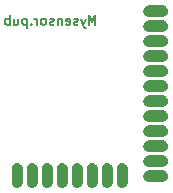
<source format=gbr>
G04 #@! TF.GenerationSoftware,KiCad,Pcbnew,(5.0.2)-1*
G04 #@! TF.CreationDate,2019-07-28T22:14:27+08:00*
G04 #@! TF.ProjectId,NRF24M,4e524632-344d-42e6-9b69-6361645f7063,rev?*
G04 #@! TF.SameCoordinates,Original*
G04 #@! TF.FileFunction,Soldermask,Bot*
G04 #@! TF.FilePolarity,Negative*
%FSLAX46Y46*%
G04 Gerber Fmt 4.6, Leading zero omitted, Abs format (unit mm)*
G04 Created by KiCad (PCBNEW (5.0.2)-1) date 2019-07-28 22:14:27*
%MOMM*%
%LPD*%
G01*
G04 APERTURE LIST*
%ADD10C,0.150000*%
%ADD11C,0.100000*%
G04 APERTURE END LIST*
D10*
X81548343Y-48343264D02*
X81548343Y-47543264D01*
X81281677Y-48114693D01*
X81015010Y-47543264D01*
X81015010Y-48343264D01*
X80710248Y-47809931D02*
X80519772Y-48343264D01*
X80329296Y-47809931D02*
X80519772Y-48343264D01*
X80595962Y-48533740D01*
X80634058Y-48571836D01*
X80710248Y-48609931D01*
X80062629Y-48305169D02*
X79986439Y-48343264D01*
X79834058Y-48343264D01*
X79757867Y-48305169D01*
X79719772Y-48228979D01*
X79719772Y-48190883D01*
X79757867Y-48114693D01*
X79834058Y-48076598D01*
X79948343Y-48076598D01*
X80024534Y-48038502D01*
X80062629Y-47962312D01*
X80062629Y-47924217D01*
X80024534Y-47848026D01*
X79948343Y-47809931D01*
X79834058Y-47809931D01*
X79757867Y-47848026D01*
X79072153Y-48305169D02*
X79148343Y-48343264D01*
X79300724Y-48343264D01*
X79376915Y-48305169D01*
X79415010Y-48228979D01*
X79415010Y-47924217D01*
X79376915Y-47848026D01*
X79300724Y-47809931D01*
X79148343Y-47809931D01*
X79072153Y-47848026D01*
X79034058Y-47924217D01*
X79034058Y-48000407D01*
X79415010Y-48076598D01*
X78691200Y-47809931D02*
X78691200Y-48343264D01*
X78691200Y-47886121D02*
X78653105Y-47848026D01*
X78576915Y-47809931D01*
X78462629Y-47809931D01*
X78386439Y-47848026D01*
X78348343Y-47924217D01*
X78348343Y-48343264D01*
X78005486Y-48305169D02*
X77929296Y-48343264D01*
X77776915Y-48343264D01*
X77700724Y-48305169D01*
X77662629Y-48228979D01*
X77662629Y-48190883D01*
X77700724Y-48114693D01*
X77776915Y-48076598D01*
X77891200Y-48076598D01*
X77967391Y-48038502D01*
X78005486Y-47962312D01*
X78005486Y-47924217D01*
X77967391Y-47848026D01*
X77891200Y-47809931D01*
X77776915Y-47809931D01*
X77700724Y-47848026D01*
X77205486Y-48343264D02*
X77281677Y-48305169D01*
X77319772Y-48267074D01*
X77357867Y-48190883D01*
X77357867Y-47962312D01*
X77319772Y-47886121D01*
X77281677Y-47848026D01*
X77205486Y-47809931D01*
X77091200Y-47809931D01*
X77015010Y-47848026D01*
X76976915Y-47886121D01*
X76938820Y-47962312D01*
X76938820Y-48190883D01*
X76976915Y-48267074D01*
X77015010Y-48305169D01*
X77091200Y-48343264D01*
X77205486Y-48343264D01*
X76595962Y-48343264D02*
X76595962Y-47809931D01*
X76595962Y-47962312D02*
X76557867Y-47886121D01*
X76519772Y-47848026D01*
X76443581Y-47809931D01*
X76367391Y-47809931D01*
X76100724Y-48267074D02*
X76062629Y-48305169D01*
X76100724Y-48343264D01*
X76138820Y-48305169D01*
X76100724Y-48267074D01*
X76100724Y-48343264D01*
X75719772Y-47809931D02*
X75719772Y-48609931D01*
X75719772Y-47848026D02*
X75643581Y-47809931D01*
X75491200Y-47809931D01*
X75415010Y-47848026D01*
X75376915Y-47886121D01*
X75338820Y-47962312D01*
X75338820Y-48190883D01*
X75376915Y-48267074D01*
X75415010Y-48305169D01*
X75491200Y-48343264D01*
X75643581Y-48343264D01*
X75719772Y-48305169D01*
X74653105Y-47809931D02*
X74653105Y-48343264D01*
X74995962Y-47809931D02*
X74995962Y-48228979D01*
X74957867Y-48305169D01*
X74881677Y-48343264D01*
X74767391Y-48343264D01*
X74691200Y-48305169D01*
X74653105Y-48267074D01*
X74272153Y-48343264D02*
X74272153Y-47543264D01*
X74272153Y-47848026D02*
X74195962Y-47809931D01*
X74043581Y-47809931D01*
X73967391Y-47848026D01*
X73929296Y-47886121D01*
X73891200Y-47962312D01*
X73891200Y-48190883D01*
X73929296Y-48267074D01*
X73967391Y-48305169D01*
X74043581Y-48343264D01*
X74195962Y-48343264D01*
X74272153Y-48305169D01*
D11*
G36*
X76293312Y-60042887D02*
X76383039Y-60070106D01*
X76465731Y-60114306D01*
X76538211Y-60173789D01*
X76597694Y-60246269D01*
X76641894Y-60328961D01*
X76669113Y-60418688D01*
X76676000Y-60488616D01*
X76676000Y-61685384D01*
X76669113Y-61755312D01*
X76641894Y-61845039D01*
X76597694Y-61927731D01*
X76538211Y-62000211D01*
X76465731Y-62059694D01*
X76383038Y-62103894D01*
X76293311Y-62131113D01*
X76200000Y-62140303D01*
X76106688Y-62131113D01*
X76016961Y-62103894D01*
X75934269Y-62059694D01*
X75861789Y-62000211D01*
X75802306Y-61927731D01*
X75758106Y-61845038D01*
X75730887Y-61755311D01*
X75724000Y-61685383D01*
X75724001Y-60488616D01*
X75730888Y-60418688D01*
X75758107Y-60328961D01*
X75802307Y-60246269D01*
X75861790Y-60173789D01*
X75934270Y-60114306D01*
X76016962Y-60070106D01*
X76106689Y-60042887D01*
X76200000Y-60033697D01*
X76293312Y-60042887D01*
X76293312Y-60042887D01*
G37*
G36*
X77563312Y-60042887D02*
X77653039Y-60070106D01*
X77735731Y-60114306D01*
X77808211Y-60173789D01*
X77867694Y-60246269D01*
X77911894Y-60328961D01*
X77939113Y-60418688D01*
X77946000Y-60488616D01*
X77946000Y-61685384D01*
X77939113Y-61755312D01*
X77911894Y-61845039D01*
X77867694Y-61927731D01*
X77808211Y-62000211D01*
X77735731Y-62059694D01*
X77653038Y-62103894D01*
X77563311Y-62131113D01*
X77470000Y-62140303D01*
X77376688Y-62131113D01*
X77286961Y-62103894D01*
X77204269Y-62059694D01*
X77131789Y-62000211D01*
X77072306Y-61927731D01*
X77028106Y-61845038D01*
X77000887Y-61755311D01*
X76994000Y-61685383D01*
X76994001Y-60488616D01*
X77000888Y-60418688D01*
X77028107Y-60328961D01*
X77072307Y-60246269D01*
X77131790Y-60173789D01*
X77204270Y-60114306D01*
X77286962Y-60070106D01*
X77376689Y-60042887D01*
X77470000Y-60033697D01*
X77563312Y-60042887D01*
X77563312Y-60042887D01*
G37*
G36*
X78833312Y-60042887D02*
X78923039Y-60070106D01*
X79005731Y-60114306D01*
X79078211Y-60173789D01*
X79137694Y-60246269D01*
X79181894Y-60328961D01*
X79209113Y-60418688D01*
X79216000Y-60488616D01*
X79216000Y-61685384D01*
X79209113Y-61755312D01*
X79181894Y-61845039D01*
X79137694Y-61927731D01*
X79078211Y-62000211D01*
X79005731Y-62059694D01*
X78923038Y-62103894D01*
X78833311Y-62131113D01*
X78740000Y-62140303D01*
X78646688Y-62131113D01*
X78556961Y-62103894D01*
X78474269Y-62059694D01*
X78401789Y-62000211D01*
X78342306Y-61927731D01*
X78298106Y-61845038D01*
X78270887Y-61755311D01*
X78264000Y-61685383D01*
X78264001Y-60488616D01*
X78270888Y-60418688D01*
X78298107Y-60328961D01*
X78342307Y-60246269D01*
X78401790Y-60173789D01*
X78474270Y-60114306D01*
X78556962Y-60070106D01*
X78646689Y-60042887D01*
X78740000Y-60033697D01*
X78833312Y-60042887D01*
X78833312Y-60042887D01*
G37*
G36*
X80103312Y-60042887D02*
X80193039Y-60070106D01*
X80275731Y-60114306D01*
X80348211Y-60173789D01*
X80407694Y-60246269D01*
X80451894Y-60328961D01*
X80479113Y-60418688D01*
X80486000Y-60488616D01*
X80486000Y-61685384D01*
X80479113Y-61755312D01*
X80451894Y-61845039D01*
X80407694Y-61927731D01*
X80348211Y-62000211D01*
X80275731Y-62059694D01*
X80193038Y-62103894D01*
X80103311Y-62131113D01*
X80010000Y-62140303D01*
X79916688Y-62131113D01*
X79826961Y-62103894D01*
X79744269Y-62059694D01*
X79671789Y-62000211D01*
X79612306Y-61927731D01*
X79568106Y-61845038D01*
X79540887Y-61755311D01*
X79534000Y-61685383D01*
X79534001Y-60488616D01*
X79540888Y-60418688D01*
X79568107Y-60328961D01*
X79612307Y-60246269D01*
X79671790Y-60173789D01*
X79744270Y-60114306D01*
X79826962Y-60070106D01*
X79916689Y-60042887D01*
X80010000Y-60033697D01*
X80103312Y-60042887D01*
X80103312Y-60042887D01*
G37*
G36*
X81373312Y-60042887D02*
X81463039Y-60070106D01*
X81545731Y-60114306D01*
X81618211Y-60173789D01*
X81677694Y-60246269D01*
X81721894Y-60328961D01*
X81749113Y-60418688D01*
X81756000Y-60488616D01*
X81756000Y-61685384D01*
X81749113Y-61755312D01*
X81721894Y-61845039D01*
X81677694Y-61927731D01*
X81618211Y-62000211D01*
X81545731Y-62059694D01*
X81463038Y-62103894D01*
X81373311Y-62131113D01*
X81280000Y-62140303D01*
X81186688Y-62131113D01*
X81096961Y-62103894D01*
X81014269Y-62059694D01*
X80941789Y-62000211D01*
X80882306Y-61927731D01*
X80838106Y-61845038D01*
X80810887Y-61755311D01*
X80804000Y-61685383D01*
X80804001Y-60488616D01*
X80810888Y-60418688D01*
X80838107Y-60328961D01*
X80882307Y-60246269D01*
X80941790Y-60173789D01*
X81014270Y-60114306D01*
X81096962Y-60070106D01*
X81186689Y-60042887D01*
X81280000Y-60033697D01*
X81373312Y-60042887D01*
X81373312Y-60042887D01*
G37*
G36*
X82643312Y-60042887D02*
X82733039Y-60070106D01*
X82815731Y-60114306D01*
X82888211Y-60173789D01*
X82947694Y-60246269D01*
X82991894Y-60328961D01*
X83019113Y-60418688D01*
X83026000Y-60488616D01*
X83026000Y-61685384D01*
X83019113Y-61755312D01*
X82991894Y-61845039D01*
X82947694Y-61927731D01*
X82888211Y-62000211D01*
X82815731Y-62059694D01*
X82733038Y-62103894D01*
X82643311Y-62131113D01*
X82550000Y-62140303D01*
X82456688Y-62131113D01*
X82366961Y-62103894D01*
X82284269Y-62059694D01*
X82211789Y-62000211D01*
X82152306Y-61927731D01*
X82108106Y-61845038D01*
X82080887Y-61755311D01*
X82074000Y-61685383D01*
X82074001Y-60488616D01*
X82080888Y-60418688D01*
X82108107Y-60328961D01*
X82152307Y-60246269D01*
X82211790Y-60173789D01*
X82284270Y-60114306D01*
X82366962Y-60070106D01*
X82456689Y-60042887D01*
X82550000Y-60033697D01*
X82643312Y-60042887D01*
X82643312Y-60042887D01*
G37*
G36*
X83913312Y-60042887D02*
X84003039Y-60070106D01*
X84085731Y-60114306D01*
X84158211Y-60173789D01*
X84217694Y-60246269D01*
X84261894Y-60328961D01*
X84289113Y-60418688D01*
X84296000Y-60488616D01*
X84296000Y-61685384D01*
X84289113Y-61755312D01*
X84261894Y-61845039D01*
X84217694Y-61927731D01*
X84158211Y-62000211D01*
X84085731Y-62059694D01*
X84003038Y-62103894D01*
X83913311Y-62131113D01*
X83820000Y-62140303D01*
X83726688Y-62131113D01*
X83636961Y-62103894D01*
X83554269Y-62059694D01*
X83481789Y-62000211D01*
X83422306Y-61927731D01*
X83378106Y-61845038D01*
X83350887Y-61755311D01*
X83344000Y-61685383D01*
X83344001Y-60488616D01*
X83350888Y-60418688D01*
X83378107Y-60328961D01*
X83422307Y-60246269D01*
X83481790Y-60173789D01*
X83554270Y-60114306D01*
X83636962Y-60070106D01*
X83726689Y-60042887D01*
X83820000Y-60033697D01*
X83913312Y-60042887D01*
X83913312Y-60042887D01*
G37*
G36*
X75023312Y-60042887D02*
X75113039Y-60070106D01*
X75195731Y-60114306D01*
X75268211Y-60173789D01*
X75327694Y-60246269D01*
X75371894Y-60328961D01*
X75399113Y-60418688D01*
X75406000Y-60488616D01*
X75406000Y-61685384D01*
X75399113Y-61755312D01*
X75371894Y-61845039D01*
X75327694Y-61927731D01*
X75268211Y-62000211D01*
X75195731Y-62059694D01*
X75113038Y-62103894D01*
X75023311Y-62131113D01*
X74930000Y-62140303D01*
X74836688Y-62131113D01*
X74746961Y-62103894D01*
X74664269Y-62059694D01*
X74591789Y-62000211D01*
X74532306Y-61927731D01*
X74488106Y-61845038D01*
X74460887Y-61755311D01*
X74454000Y-61685383D01*
X74454001Y-60488616D01*
X74460888Y-60418688D01*
X74488107Y-60328961D01*
X74532307Y-60246269D01*
X74591790Y-60173789D01*
X74664270Y-60114306D01*
X74746962Y-60070106D01*
X74836689Y-60042887D01*
X74930000Y-60033697D01*
X75023312Y-60042887D01*
X75023312Y-60042887D01*
G37*
G36*
X87307712Y-60668687D02*
X87397439Y-60695906D01*
X87480131Y-60740106D01*
X87552611Y-60799589D01*
X87612094Y-60872069D01*
X87656294Y-60954761D01*
X87683513Y-61044488D01*
X87692703Y-61137800D01*
X87683513Y-61231112D01*
X87656294Y-61320839D01*
X87612094Y-61403531D01*
X87552611Y-61476011D01*
X87480131Y-61535494D01*
X87397439Y-61579694D01*
X87307712Y-61606913D01*
X87237784Y-61613800D01*
X86041016Y-61613800D01*
X85971088Y-61606913D01*
X85881361Y-61579694D01*
X85798669Y-61535494D01*
X85726189Y-61476011D01*
X85666706Y-61403531D01*
X85622506Y-61320839D01*
X85595287Y-61231112D01*
X85586097Y-61137800D01*
X85595287Y-61044488D01*
X85622506Y-60954761D01*
X85666706Y-60872069D01*
X85726189Y-60799589D01*
X85798669Y-60740106D01*
X85881361Y-60695906D01*
X85971088Y-60668687D01*
X86041016Y-60661800D01*
X87237784Y-60661800D01*
X87307712Y-60668687D01*
X87307712Y-60668687D01*
G37*
G36*
X87307712Y-59398687D02*
X87397439Y-59425906D01*
X87480131Y-59470106D01*
X87552611Y-59529589D01*
X87612094Y-59602069D01*
X87656294Y-59684761D01*
X87683513Y-59774488D01*
X87692703Y-59867800D01*
X87683513Y-59961112D01*
X87656294Y-60050839D01*
X87612094Y-60133531D01*
X87552611Y-60206011D01*
X87480131Y-60265494D01*
X87397439Y-60309694D01*
X87307712Y-60336913D01*
X87237784Y-60343800D01*
X86041016Y-60343800D01*
X85971088Y-60336913D01*
X85881361Y-60309694D01*
X85798669Y-60265494D01*
X85726189Y-60206011D01*
X85666706Y-60133531D01*
X85622506Y-60050839D01*
X85595287Y-59961112D01*
X85586097Y-59867800D01*
X85595287Y-59774488D01*
X85622506Y-59684761D01*
X85666706Y-59602069D01*
X85726189Y-59529589D01*
X85798669Y-59470106D01*
X85881361Y-59425906D01*
X85971088Y-59398687D01*
X86041016Y-59391800D01*
X87237784Y-59391800D01*
X87307712Y-59398687D01*
X87307712Y-59398687D01*
G37*
G36*
X87307712Y-58128687D02*
X87397439Y-58155906D01*
X87480131Y-58200106D01*
X87552611Y-58259589D01*
X87612094Y-58332069D01*
X87656294Y-58414761D01*
X87683513Y-58504488D01*
X87692703Y-58597800D01*
X87683513Y-58691112D01*
X87656294Y-58780839D01*
X87612094Y-58863531D01*
X87552611Y-58936011D01*
X87480131Y-58995494D01*
X87397439Y-59039694D01*
X87307712Y-59066913D01*
X87237784Y-59073800D01*
X86041016Y-59073800D01*
X85971088Y-59066913D01*
X85881361Y-59039694D01*
X85798669Y-58995494D01*
X85726189Y-58936011D01*
X85666706Y-58863531D01*
X85622506Y-58780839D01*
X85595287Y-58691112D01*
X85586097Y-58597800D01*
X85595287Y-58504488D01*
X85622506Y-58414761D01*
X85666706Y-58332069D01*
X85726189Y-58259589D01*
X85798669Y-58200106D01*
X85881361Y-58155906D01*
X85971088Y-58128687D01*
X86041016Y-58121800D01*
X87237784Y-58121800D01*
X87307712Y-58128687D01*
X87307712Y-58128687D01*
G37*
G36*
X87307712Y-56858687D02*
X87397439Y-56885906D01*
X87480131Y-56930106D01*
X87552611Y-56989589D01*
X87612094Y-57062069D01*
X87656294Y-57144761D01*
X87683513Y-57234488D01*
X87692703Y-57327800D01*
X87683513Y-57421112D01*
X87656294Y-57510839D01*
X87612094Y-57593531D01*
X87552611Y-57666011D01*
X87480131Y-57725494D01*
X87397439Y-57769694D01*
X87307712Y-57796913D01*
X87237784Y-57803800D01*
X86041016Y-57803800D01*
X85971088Y-57796913D01*
X85881361Y-57769694D01*
X85798669Y-57725494D01*
X85726189Y-57666011D01*
X85666706Y-57593531D01*
X85622506Y-57510839D01*
X85595287Y-57421112D01*
X85586097Y-57327800D01*
X85595287Y-57234488D01*
X85622506Y-57144761D01*
X85666706Y-57062069D01*
X85726189Y-56989589D01*
X85798669Y-56930106D01*
X85881361Y-56885906D01*
X85971088Y-56858687D01*
X86041016Y-56851800D01*
X87237784Y-56851800D01*
X87307712Y-56858687D01*
X87307712Y-56858687D01*
G37*
G36*
X87307712Y-55588687D02*
X87397439Y-55615906D01*
X87480131Y-55660106D01*
X87552611Y-55719589D01*
X87612094Y-55792069D01*
X87656294Y-55874761D01*
X87683513Y-55964488D01*
X87692703Y-56057800D01*
X87683513Y-56151112D01*
X87656294Y-56240839D01*
X87612094Y-56323531D01*
X87552611Y-56396011D01*
X87480131Y-56455494D01*
X87397439Y-56499694D01*
X87307712Y-56526913D01*
X87237784Y-56533800D01*
X86041016Y-56533800D01*
X85971088Y-56526913D01*
X85881361Y-56499694D01*
X85798669Y-56455494D01*
X85726189Y-56396011D01*
X85666706Y-56323531D01*
X85622506Y-56240839D01*
X85595287Y-56151112D01*
X85586097Y-56057800D01*
X85595287Y-55964488D01*
X85622506Y-55874761D01*
X85666706Y-55792069D01*
X85726189Y-55719589D01*
X85798669Y-55660106D01*
X85881361Y-55615906D01*
X85971088Y-55588687D01*
X86041016Y-55581800D01*
X87237784Y-55581800D01*
X87307712Y-55588687D01*
X87307712Y-55588687D01*
G37*
G36*
X87307712Y-54318687D02*
X87397439Y-54345906D01*
X87480131Y-54390106D01*
X87552611Y-54449589D01*
X87612094Y-54522069D01*
X87656294Y-54604761D01*
X87683513Y-54694488D01*
X87692703Y-54787800D01*
X87683513Y-54881112D01*
X87656294Y-54970839D01*
X87612094Y-55053531D01*
X87552611Y-55126011D01*
X87480131Y-55185494D01*
X87397439Y-55229694D01*
X87307712Y-55256913D01*
X87237784Y-55263800D01*
X86041016Y-55263800D01*
X85971088Y-55256913D01*
X85881361Y-55229694D01*
X85798669Y-55185494D01*
X85726189Y-55126011D01*
X85666706Y-55053531D01*
X85622506Y-54970839D01*
X85595287Y-54881112D01*
X85586097Y-54787800D01*
X85595287Y-54694488D01*
X85622506Y-54604761D01*
X85666706Y-54522069D01*
X85726189Y-54449589D01*
X85798669Y-54390106D01*
X85881361Y-54345906D01*
X85971088Y-54318687D01*
X86041016Y-54311800D01*
X87237784Y-54311800D01*
X87307712Y-54318687D01*
X87307712Y-54318687D01*
G37*
G36*
X87307712Y-53048687D02*
X87397439Y-53075906D01*
X87480131Y-53120106D01*
X87552611Y-53179589D01*
X87612094Y-53252069D01*
X87656294Y-53334761D01*
X87683513Y-53424488D01*
X87692703Y-53517800D01*
X87683513Y-53611112D01*
X87656294Y-53700839D01*
X87612094Y-53783531D01*
X87552611Y-53856011D01*
X87480131Y-53915494D01*
X87397439Y-53959694D01*
X87307712Y-53986913D01*
X87237784Y-53993800D01*
X86041016Y-53993800D01*
X85971088Y-53986913D01*
X85881361Y-53959694D01*
X85798669Y-53915494D01*
X85726189Y-53856011D01*
X85666706Y-53783531D01*
X85622506Y-53700839D01*
X85595287Y-53611112D01*
X85586097Y-53517800D01*
X85595287Y-53424488D01*
X85622506Y-53334761D01*
X85666706Y-53252069D01*
X85726189Y-53179589D01*
X85798669Y-53120106D01*
X85881361Y-53075906D01*
X85971088Y-53048687D01*
X86041016Y-53041800D01*
X87237784Y-53041800D01*
X87307712Y-53048687D01*
X87307712Y-53048687D01*
G37*
G36*
X87307712Y-51778687D02*
X87397439Y-51805906D01*
X87480131Y-51850106D01*
X87552611Y-51909589D01*
X87612094Y-51982069D01*
X87656294Y-52064761D01*
X87683513Y-52154488D01*
X87692703Y-52247800D01*
X87683513Y-52341112D01*
X87656294Y-52430839D01*
X87612094Y-52513531D01*
X87552611Y-52586011D01*
X87480131Y-52645494D01*
X87397439Y-52689694D01*
X87307712Y-52716913D01*
X87237784Y-52723800D01*
X86041016Y-52723800D01*
X85971088Y-52716913D01*
X85881361Y-52689694D01*
X85798669Y-52645494D01*
X85726189Y-52586011D01*
X85666706Y-52513531D01*
X85622506Y-52430839D01*
X85595287Y-52341112D01*
X85586097Y-52247800D01*
X85595287Y-52154488D01*
X85622506Y-52064761D01*
X85666706Y-51982069D01*
X85726189Y-51909589D01*
X85798669Y-51850106D01*
X85881361Y-51805906D01*
X85971088Y-51778687D01*
X86041016Y-51771800D01*
X87237784Y-51771800D01*
X87307712Y-51778687D01*
X87307712Y-51778687D01*
G37*
G36*
X87307712Y-50508687D02*
X87397439Y-50535906D01*
X87480131Y-50580106D01*
X87552611Y-50639589D01*
X87612094Y-50712069D01*
X87656294Y-50794761D01*
X87683513Y-50884488D01*
X87692703Y-50977800D01*
X87683513Y-51071112D01*
X87656294Y-51160839D01*
X87612094Y-51243531D01*
X87552611Y-51316011D01*
X87480131Y-51375494D01*
X87397439Y-51419694D01*
X87307712Y-51446913D01*
X87237784Y-51453800D01*
X86041016Y-51453800D01*
X85971088Y-51446913D01*
X85881361Y-51419694D01*
X85798669Y-51375494D01*
X85726189Y-51316011D01*
X85666706Y-51243531D01*
X85622506Y-51160839D01*
X85595287Y-51071112D01*
X85586097Y-50977800D01*
X85595287Y-50884488D01*
X85622506Y-50794761D01*
X85666706Y-50712069D01*
X85726189Y-50639589D01*
X85798669Y-50580106D01*
X85881361Y-50535906D01*
X85971088Y-50508687D01*
X86041016Y-50501800D01*
X87237784Y-50501800D01*
X87307712Y-50508687D01*
X87307712Y-50508687D01*
G37*
G36*
X87307712Y-49238687D02*
X87397439Y-49265906D01*
X87480131Y-49310106D01*
X87552611Y-49369589D01*
X87612094Y-49442069D01*
X87656294Y-49524761D01*
X87683513Y-49614488D01*
X87692703Y-49707800D01*
X87683513Y-49801112D01*
X87656294Y-49890839D01*
X87612094Y-49973531D01*
X87552611Y-50046011D01*
X87480131Y-50105494D01*
X87397439Y-50149694D01*
X87307712Y-50176913D01*
X87237784Y-50183800D01*
X86041016Y-50183800D01*
X85971088Y-50176913D01*
X85881361Y-50149694D01*
X85798669Y-50105494D01*
X85726189Y-50046011D01*
X85666706Y-49973531D01*
X85622506Y-49890839D01*
X85595287Y-49801112D01*
X85586097Y-49707800D01*
X85595287Y-49614488D01*
X85622506Y-49524761D01*
X85666706Y-49442069D01*
X85726189Y-49369589D01*
X85798669Y-49310106D01*
X85881361Y-49265906D01*
X85971088Y-49238687D01*
X86041016Y-49231800D01*
X87237784Y-49231800D01*
X87307712Y-49238687D01*
X87307712Y-49238687D01*
G37*
G36*
X87307712Y-47968687D02*
X87397439Y-47995906D01*
X87480131Y-48040106D01*
X87552611Y-48099589D01*
X87612094Y-48172069D01*
X87656294Y-48254761D01*
X87683513Y-48344488D01*
X87692703Y-48437800D01*
X87683513Y-48531112D01*
X87656294Y-48620839D01*
X87612094Y-48703531D01*
X87552611Y-48776011D01*
X87480131Y-48835494D01*
X87397439Y-48879694D01*
X87307712Y-48906913D01*
X87237784Y-48913800D01*
X86041016Y-48913800D01*
X85971088Y-48906913D01*
X85881361Y-48879694D01*
X85798669Y-48835494D01*
X85726189Y-48776011D01*
X85666706Y-48703531D01*
X85622506Y-48620839D01*
X85595287Y-48531112D01*
X85586097Y-48437800D01*
X85595287Y-48344488D01*
X85622506Y-48254761D01*
X85666706Y-48172069D01*
X85726189Y-48099589D01*
X85798669Y-48040106D01*
X85881361Y-47995906D01*
X85971088Y-47968687D01*
X86041016Y-47961800D01*
X87237784Y-47961800D01*
X87307712Y-47968687D01*
X87307712Y-47968687D01*
G37*
G36*
X87307712Y-46698687D02*
X87397439Y-46725906D01*
X87480131Y-46770106D01*
X87552611Y-46829589D01*
X87612094Y-46902069D01*
X87656294Y-46984761D01*
X87683513Y-47074488D01*
X87692703Y-47167800D01*
X87683513Y-47261112D01*
X87656294Y-47350839D01*
X87612094Y-47433531D01*
X87552611Y-47506011D01*
X87480131Y-47565494D01*
X87397439Y-47609694D01*
X87307712Y-47636913D01*
X87237784Y-47643800D01*
X86041016Y-47643800D01*
X85971088Y-47636913D01*
X85881361Y-47609694D01*
X85798669Y-47565494D01*
X85726189Y-47506011D01*
X85666706Y-47433531D01*
X85622506Y-47350839D01*
X85595287Y-47261112D01*
X85586097Y-47167800D01*
X85595287Y-47074488D01*
X85622506Y-46984761D01*
X85666706Y-46902069D01*
X85726189Y-46829589D01*
X85798669Y-46770106D01*
X85881361Y-46725906D01*
X85971088Y-46698687D01*
X86041016Y-46691800D01*
X87237784Y-46691800D01*
X87307712Y-46698687D01*
X87307712Y-46698687D01*
G37*
M02*

</source>
